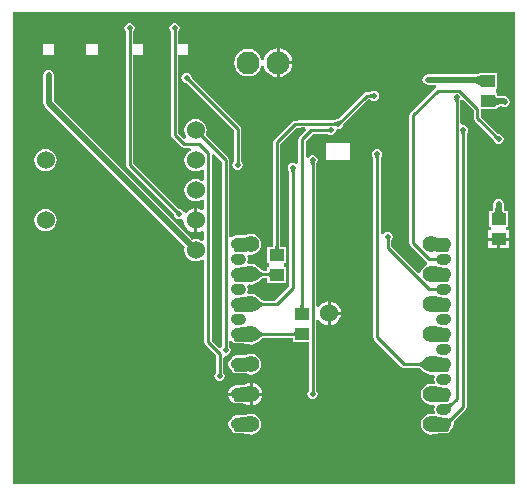
<source format=gbl>
G04*
G04 #@! TF.GenerationSoftware,Altium Limited,Altium Designer,25.2.1 (25)*
G04*
G04 Layer_Physical_Order=2*
G04 Layer_Color=16711680*
%FSLAX44Y44*%
%MOMM*%
G71*
G04*
G04 #@! TF.SameCoordinates,3DF48369-53CF-4C9B-B775-AACAF03539EE*
G04*
G04*
G04 #@! TF.FilePolarity,Positive*
G04*
G01*
G75*
%ADD13C,0.5080*%
%ADD22R,1.1938X1.0160*%
%ADD26C,0.2540*%
%ADD41C,1.5240*%
%ADD42C,0.9000*%
%ADD43C,1.4000*%
%ADD44C,1.9500*%
%ADD45C,0.5080*%
G36*
X681940Y260400D02*
X256590D01*
Y660350D01*
X681940D01*
Y260400D01*
D02*
G37*
%LPC*%
G36*
X328295Y633137D02*
X319405D01*
X319016Y632976D01*
X318855Y632587D01*
Y624713D01*
X319016Y624324D01*
X319405Y624163D01*
X328295D01*
X328684Y624324D01*
X328845Y624713D01*
Y632587D01*
X328684Y632976D01*
X328295Y633137D01*
D02*
G37*
G36*
X291465D02*
X282575D01*
X282186Y632976D01*
X282025Y632587D01*
Y624713D01*
X282186Y624324D01*
X282575Y624163D01*
X291465D01*
X291854Y624324D01*
X292015Y624713D01*
Y632587D01*
X291854Y632976D01*
X291465Y633137D01*
D02*
G37*
G36*
X480060Y629449D02*
X478122Y629194D01*
X475132Y627955D01*
X472565Y625985D01*
X470595Y623418D01*
X469356Y620428D01*
X469271Y619776D01*
X467221D01*
X467161Y620229D01*
X466000Y623034D01*
X464152Y625442D01*
X461744Y627290D01*
X458939Y628451D01*
X455930Y628848D01*
X452921Y628451D01*
X450116Y627290D01*
X447708Y625442D01*
X445860Y623034D01*
X444699Y620229D01*
X444302Y617220D01*
X444699Y614211D01*
X445860Y611406D01*
X447708Y608998D01*
X450116Y607150D01*
X452921Y605989D01*
X455930Y605592D01*
X458939Y605989D01*
X461744Y607150D01*
X464152Y608998D01*
X466000Y611406D01*
X467161Y614211D01*
X467221Y614664D01*
X469271D01*
X469356Y614012D01*
X470595Y611022D01*
X472565Y608455D01*
X475132Y606485D01*
X478122Y605246D01*
X480060Y604991D01*
Y617220D01*
Y629449D01*
D02*
G37*
G36*
X482600D02*
Y618490D01*
X493559D01*
X493304Y620428D01*
X492065Y623418D01*
X490095Y625985D01*
X487528Y627955D01*
X484538Y629194D01*
X482600Y629449D01*
D02*
G37*
G36*
X493559Y615950D02*
X482600D01*
Y604991D01*
X484538Y605246D01*
X487528Y606485D01*
X490095Y608455D01*
X492065Y611022D01*
X493304Y614012D01*
X493559Y615950D01*
D02*
G37*
G36*
X653192Y608461D02*
X651383Y608457D01*
Y608073D01*
X648098Y607272D01*
X607902D01*
X606217Y606937D01*
X604789Y605982D01*
X603835Y604554D01*
X603500Y602869D01*
X603835Y601184D01*
X604789Y599756D01*
X606217Y598802D01*
X607902Y598467D01*
X614895D01*
X615269Y596469D01*
X614260Y595796D01*
X593433Y574967D01*
X592759Y573959D01*
X592522Y572770D01*
Y464580D01*
X592759Y463391D01*
X593433Y462383D01*
X607163Y448652D01*
X607474Y448444D01*
X607407Y446217D01*
X606443Y445817D01*
X604609Y444411D01*
X603203Y442577D01*
X602318Y440442D01*
X602239Y439840D01*
X600093Y439112D01*
X577148Y462057D01*
Y466783D01*
X577153Y466787D01*
X578107Y468215D01*
X578443Y469900D01*
X578107Y471585D01*
X577153Y473013D01*
X575725Y473968D01*
X574040Y474303D01*
X572355Y473968D01*
X570927Y473013D01*
X570290Y472060D01*
X568258Y472587D01*
Y536500D01*
X568263Y536549D01*
X568281Y536662D01*
X568282Y536665D01*
X569217Y538065D01*
X569553Y539750D01*
X569217Y541435D01*
X568263Y542863D01*
X566835Y543817D01*
X565150Y544153D01*
X563465Y543817D01*
X562037Y542863D01*
X561082Y541435D01*
X560747Y539750D01*
X561082Y538065D01*
X562018Y536665D01*
X562019Y536662D01*
X562034Y536571D01*
X562042Y536465D01*
Y384810D01*
X562279Y383621D01*
X562952Y382612D01*
X585812Y359753D01*
X586821Y359079D01*
X588010Y358842D01*
X600064D01*
X600375Y358779D01*
X600748Y358658D01*
X601171Y358471D01*
X601644Y358213D01*
X602159Y357881D01*
X602696Y357485D01*
X603939Y356407D01*
X604426Y355928D01*
X604609Y355690D01*
X606443Y354282D01*
X608578Y353398D01*
X610870Y353096D01*
X612466Y353306D01*
X612548Y353302D01*
X612583Y353314D01*
X612620Y353313D01*
X613487Y352598D01*
X613657Y352379D01*
X614032Y351609D01*
X613955Y351336D01*
X613857Y351070D01*
X613652Y349773D01*
X613657Y349631D01*
X613629Y349490D01*
Y348969D01*
X613685Y348691D01*
X613718Y348409D01*
X614189Y346958D01*
X614053Y346498D01*
X613900Y346215D01*
X613110Y345435D01*
X612783Y345200D01*
X612713Y345168D01*
X612655Y345180D01*
X612600Y345180D01*
X612548Y345198D01*
X612466Y345194D01*
X610870Y345404D01*
X608578Y345102D01*
X606443Y344217D01*
X604609Y342811D01*
X603203Y340977D01*
X602318Y338842D01*
X602016Y336550D01*
X602318Y334258D01*
X603203Y332123D01*
X604609Y330289D01*
X606443Y328882D01*
X608578Y327998D01*
X610870Y327696D01*
X612466Y327906D01*
X612548Y327902D01*
X612583Y327914D01*
X612620Y327913D01*
X613487Y327198D01*
X613657Y326979D01*
X614032Y326209D01*
X613955Y325936D01*
X613857Y325670D01*
X613652Y324374D01*
X613657Y324230D01*
X613629Y324090D01*
Y323569D01*
X613685Y323291D01*
X613718Y323009D01*
X614189Y321558D01*
X614053Y321098D01*
X613900Y320815D01*
X613110Y320035D01*
X612783Y319799D01*
X612713Y319768D01*
X612655Y319780D01*
X612600Y319780D01*
X612548Y319798D01*
X612466Y319794D01*
X610870Y320004D01*
X608578Y319702D01*
X606443Y318818D01*
X604609Y317411D01*
X603203Y315577D01*
X602318Y313442D01*
X602016Y311150D01*
X602318Y308859D01*
X603203Y306723D01*
X604609Y304890D01*
X606443Y303482D01*
X608578Y302598D01*
X610870Y302296D01*
X612466Y302506D01*
X612548Y302502D01*
X612583Y302514D01*
X612620Y302513D01*
X612891Y302562D01*
X613162Y302598D01*
X613219Y302622D01*
X616332Y303187D01*
X617862Y303388D01*
X619674Y303524D01*
X624078D01*
X625267Y303761D01*
X626275Y304435D01*
X626949Y305443D01*
X627044Y305921D01*
X628096Y306624D01*
X629484Y308700D01*
X629971Y311150D01*
X629889Y311561D01*
X629890Y311625D01*
X629919Y312003D01*
X629967Y312347D01*
X630033Y312656D01*
X630115Y312933D01*
X630210Y313179D01*
X630317Y313398D01*
X630436Y313594D01*
X630516Y313701D01*
X640246Y323430D01*
X640919Y324439D01*
X641156Y325628D01*
Y556774D01*
X641161Y556822D01*
X641179Y556935D01*
X641180Y556939D01*
X642115Y558339D01*
X642451Y560023D01*
X642115Y561708D01*
X641161Y563137D01*
X639733Y564091D01*
X638048Y564426D01*
X637600Y564337D01*
X635568Y565817D01*
Y584760D01*
X635573Y584809D01*
X635591Y584922D01*
X635592Y584925D01*
X635827Y585277D01*
X638311Y585667D01*
X647005Y576972D01*
Y570357D01*
X647242Y569168D01*
X647915Y568159D01*
X663525Y552551D01*
X663555Y552513D01*
X663622Y552420D01*
X663624Y552416D01*
X663952Y550765D01*
X664907Y549337D01*
X666335Y548382D01*
X668020Y548047D01*
X669705Y548382D01*
X671133Y549337D01*
X672087Y550765D01*
X672423Y552450D01*
X672087Y554135D01*
X671133Y555563D01*
X669705Y556517D01*
X668054Y556846D01*
X668050Y556848D01*
X667975Y556902D01*
X667894Y556971D01*
X653221Y571644D01*
Y577723D01*
X664845D01*
X665047Y577723D01*
X665069Y577719D01*
X666877Y577723D01*
Y578250D01*
X667647Y579963D01*
X667939Y580041D01*
X668546Y580141D01*
X668979Y580178D01*
X671347D01*
X671415Y580132D01*
X673100Y579797D01*
X674785Y580132D01*
X676213Y581087D01*
X677168Y582515D01*
X677503Y584200D01*
X677168Y585885D01*
X676213Y587313D01*
X675832Y587694D01*
X674404Y588648D01*
X672719Y588984D01*
X668979D01*
X668546Y589021D01*
X667939Y589121D01*
X667472Y589245D01*
X667152Y589375D01*
X666973Y589483D01*
X666909Y589542D01*
X666902Y589552D01*
X666899Y589560D01*
X666877Y589767D01*
Y591439D01*
X665649D01*
Y594741D01*
X666877D01*
Y608457D01*
X653415D01*
X653213Y608457D01*
X653192Y608461D01*
D02*
G37*
G36*
X541380Y549590D02*
X522880D01*
X522491Y549429D01*
X522330Y549040D01*
Y535540D01*
X522491Y535151D01*
X522880Y534990D01*
X541380D01*
X541769Y535151D01*
X541930Y535540D01*
Y549040D01*
X541769Y549429D01*
X541380Y549590D01*
D02*
G37*
G36*
X403860Y608923D02*
X402175Y608587D01*
X400747Y607633D01*
X399793Y606205D01*
X399457Y604520D01*
X399793Y602835D01*
X400747Y601407D01*
X402175Y600452D01*
X403860Y600117D01*
X403866Y600119D01*
X443932Y560053D01*
Y533977D01*
X443927Y533973D01*
X442972Y532545D01*
X442637Y530860D01*
X442972Y529175D01*
X443927Y527747D01*
X445355Y526792D01*
X447040Y526457D01*
X448725Y526792D01*
X450153Y527747D01*
X451107Y529175D01*
X451443Y530860D01*
X451107Y532545D01*
X450153Y533973D01*
X450148Y533977D01*
Y561340D01*
X449911Y562529D01*
X449238Y563537D01*
X408261Y604514D01*
X408263Y604520D01*
X407928Y606205D01*
X406973Y607633D01*
X405545Y608587D01*
X403860Y608923D01*
D02*
G37*
G36*
X284480Y544149D02*
X282027Y543826D01*
X279741Y542879D01*
X277777Y541373D01*
X276271Y539409D01*
X275324Y537123D01*
X275001Y534670D01*
X275324Y532217D01*
X276271Y529930D01*
X277777Y527967D01*
X279741Y526461D01*
X282027Y525514D01*
X284480Y525191D01*
X286933Y525514D01*
X289219Y526461D01*
X291183Y527967D01*
X292689Y529930D01*
X293636Y532217D01*
X293959Y534670D01*
X293636Y537123D01*
X292689Y539409D01*
X291183Y541373D01*
X289219Y542879D01*
X286933Y543826D01*
X284480Y544149D01*
D02*
G37*
G36*
X393700Y650833D02*
X392015Y650498D01*
X390587Y649543D01*
X389632Y648115D01*
X389297Y646430D01*
X389632Y644745D01*
X390587Y643317D01*
X390592Y643313D01*
Y556260D01*
X390829Y555071D01*
X391502Y554062D01*
X399376Y546189D01*
X400385Y545515D01*
X401574Y545278D01*
X407223D01*
X407627Y543246D01*
X406740Y542879D01*
X404777Y541373D01*
X403271Y539409D01*
X402324Y537123D01*
X402001Y534670D01*
X402324Y532217D01*
X403271Y529930D01*
X404777Y527967D01*
X406740Y526461D01*
X409027Y525514D01*
X411480Y525191D01*
X413933Y525514D01*
X416219Y526461D01*
X417008Y527066D01*
X419040Y526064D01*
Y517876D01*
X417008Y516874D01*
X416219Y517479D01*
X413933Y518426D01*
X411480Y518749D01*
X409027Y518426D01*
X406740Y517479D01*
X404777Y515973D01*
X403271Y514010D01*
X402324Y511723D01*
X402001Y509270D01*
X402324Y506817D01*
X403271Y504530D01*
X404777Y502567D01*
X406740Y501061D01*
X409027Y500114D01*
X411480Y499791D01*
X413933Y500114D01*
X416219Y501061D01*
X417008Y501666D01*
X419040Y500664D01*
Y493437D01*
X417008Y492434D01*
X416604Y492745D01*
X414132Y493769D01*
X412750Y493951D01*
Y483870D01*
Y473789D01*
X414132Y473971D01*
X416604Y474995D01*
X417008Y475306D01*
X419040Y474304D01*
Y467076D01*
X417008Y466074D01*
X416219Y466679D01*
X413933Y467626D01*
X411480Y467949D01*
X409027Y467626D01*
X408690Y467486D01*
X291423Y584754D01*
Y607060D01*
X291087Y608745D01*
X290133Y610173D01*
X288705Y611128D01*
X287020Y611463D01*
X285335Y611128D01*
X283907Y610173D01*
X282952Y608745D01*
X282617Y607060D01*
Y582930D01*
X282952Y581245D01*
X283907Y579817D01*
X402463Y461260D01*
X402324Y460923D01*
X402001Y458470D01*
X402324Y456017D01*
X403271Y453731D01*
X404777Y451767D01*
X406740Y450261D01*
X409027Y449314D01*
X411480Y448991D01*
X413933Y449314D01*
X416219Y450261D01*
X417008Y450866D01*
X419040Y449864D01*
Y380457D01*
X419277Y379268D01*
X419950Y378260D01*
X428692Y369518D01*
Y354907D01*
X428687Y354903D01*
X427733Y353475D01*
X427397Y351790D01*
X427733Y350105D01*
X428687Y348677D01*
X430115Y347723D01*
X431800Y347387D01*
X433485Y347723D01*
X434913Y348677D01*
X435868Y350105D01*
X436203Y351790D01*
X435868Y353475D01*
X434913Y354903D01*
X434908Y354907D01*
Y367549D01*
X436876Y369229D01*
X438561Y369564D01*
X439989Y370518D01*
X440944Y371947D01*
X441279Y373632D01*
X440944Y375316D01*
X439989Y376745D01*
X439984Y376748D01*
Y381330D01*
X440346Y381505D01*
X442319Y381638D01*
X442603Y381325D01*
X443064Y380634D01*
X444073Y379961D01*
X445262Y379724D01*
X449798D01*
X450039Y379713D01*
X455736Y378912D01*
X456065Y378845D01*
X456179Y378798D01*
X456522Y378753D01*
X456685Y378720D01*
X456740Y378720D01*
X456792Y378702D01*
X456874Y378706D01*
X458470Y378496D01*
X460761Y378798D01*
X462897Y379683D01*
X464730Y381090D01*
X464894Y381303D01*
X466052Y382397D01*
X466627Y382872D01*
X467181Y383281D01*
X467696Y383613D01*
X468168Y383871D01*
X468592Y384058D01*
X468965Y384179D01*
X469277Y384242D01*
X493713D01*
X493859Y384230D01*
X493903Y384222D01*
Y380873D01*
X507559D01*
Y339752D01*
X507427Y339663D01*
X506473Y338235D01*
X506137Y336550D01*
X506473Y334865D01*
X507427Y333437D01*
X508855Y332482D01*
X510540Y332147D01*
X512225Y332482D01*
X513653Y333437D01*
X514608Y334865D01*
X514943Y336550D01*
X514608Y338235D01*
X513775Y339481D01*
Y399212D01*
X515035Y399750D01*
X515807Y399783D01*
X517264Y397884D01*
X519386Y396255D01*
X521858Y395232D01*
X523240Y395050D01*
Y405130D01*
Y415210D01*
X521858Y415028D01*
X519386Y414005D01*
X517264Y412376D01*
X515807Y410477D01*
X515035Y410510D01*
X513775Y411048D01*
Y442008D01*
X513648Y442647D01*
Y531420D01*
X513653Y531469D01*
X513671Y531582D01*
X513672Y531586D01*
X514608Y532985D01*
X514943Y534670D01*
X514608Y536355D01*
X513653Y537783D01*
X512225Y538737D01*
X510540Y539073D01*
X508855Y538737D01*
X507427Y537783D01*
X506790Y536829D01*
X504758Y537357D01*
Y551163D01*
X510557Y556962D01*
X522530D01*
X522579Y556957D01*
X522692Y556939D01*
X522696Y556938D01*
X524095Y556003D01*
X525780Y555667D01*
X527465Y556003D01*
X528893Y556957D01*
X529847Y558385D01*
X530020Y559253D01*
X530212Y560080D01*
X532119Y560750D01*
X532130Y560747D01*
X533815Y561082D01*
X535243Y562037D01*
X536198Y563465D01*
X536526Y565116D01*
X536528Y565120D01*
X536582Y565195D01*
X536651Y565276D01*
X557547Y586172D01*
X559360D01*
X559409Y586167D01*
X559522Y586149D01*
X559525Y586148D01*
X560925Y585213D01*
X562610Y584877D01*
X564295Y585213D01*
X565723Y586167D01*
X566678Y587595D01*
X567013Y589280D01*
X566678Y590965D01*
X565723Y592393D01*
X564295Y593348D01*
X562610Y593683D01*
X560925Y593348D01*
X559525Y592412D01*
X559522Y592411D01*
X559431Y592397D01*
X559324Y592388D01*
X556260D01*
X555071Y592151D01*
X554062Y591478D01*
X532231Y569646D01*
X532193Y569615D01*
X532099Y569548D01*
X532096Y569546D01*
X530445Y569217D01*
X529879Y568839D01*
X529870Y568836D01*
X529831Y568827D01*
X529795Y568810D01*
X529627Y568772D01*
X529568Y568763D01*
X529295Y568744D01*
X528205D01*
X528095Y568766D01*
X499618D01*
X498429Y568529D01*
X498022Y568258D01*
X495326D01*
X494136Y568021D01*
X493128Y567347D01*
X477863Y552082D01*
X477189Y551074D01*
X476952Y549884D01*
Y461327D01*
X476940Y461181D01*
X476932Y461137D01*
X472313D01*
Y447421D01*
X473541D01*
Y444119D01*
X472313D01*
Y441278D01*
X472269Y441270D01*
X472123Y441258D01*
X469277D01*
X468965Y441321D01*
X468592Y441442D01*
X468168Y441629D01*
X467696Y441887D01*
X467181Y442219D01*
X466645Y442615D01*
X465401Y443693D01*
X464914Y444172D01*
X464730Y444411D01*
X462897Y445817D01*
X460761Y446702D01*
X458470Y447004D01*
X456874Y446794D01*
X456792Y446798D01*
X456757Y446786D01*
X456720Y446787D01*
X455853Y447502D01*
X455683Y447720D01*
X455308Y448491D01*
X455385Y448764D01*
X455483Y449030D01*
X455689Y450326D01*
X455683Y450470D01*
X455711Y450610D01*
Y451130D01*
X455656Y451409D01*
X455622Y451691D01*
X455120Y453237D01*
X455567Y453981D01*
X456570Y454914D01*
X456626Y454939D01*
X458470Y454696D01*
X460761Y454998D01*
X462897Y455882D01*
X464730Y457290D01*
X466138Y459123D01*
X467022Y461259D01*
X467324Y463550D01*
X467022Y465841D01*
X466138Y467977D01*
X464730Y469810D01*
X462897Y471217D01*
X460761Y472102D01*
X458470Y472404D01*
X456179Y472102D01*
X454043Y471217D01*
X453970Y471161D01*
X453898Y471176D01*
X445262D01*
X444073Y470939D01*
X443064Y470266D01*
X442603Y469576D01*
X442319Y469262D01*
X440346Y469395D01*
X439984Y469570D01*
Y534674D01*
X439747Y535863D01*
X439074Y536871D01*
X419960Y555985D01*
X420636Y557617D01*
X420959Y560070D01*
X420636Y562523D01*
X419689Y564809D01*
X418183Y566773D01*
X416219Y568279D01*
X413933Y569226D01*
X411480Y569549D01*
X409027Y569226D01*
X406740Y568279D01*
X404777Y566773D01*
X403271Y564809D01*
X402324Y562523D01*
X402001Y560070D01*
X402324Y557617D01*
X403271Y555331D01*
X403832Y554599D01*
X402936Y552429D01*
X402045Y552310D01*
X396808Y557547D01*
Y624163D01*
X404495D01*
X404884Y624324D01*
X405045Y624713D01*
Y632587D01*
X404884Y632976D01*
X404495Y633137D01*
X396808D01*
Y643313D01*
X396813Y643317D01*
X397767Y644745D01*
X398103Y646430D01*
X397767Y648115D01*
X396813Y649543D01*
X395385Y650498D01*
X393700Y650833D01*
D02*
G37*
G36*
X284480Y493349D02*
X282027Y493026D01*
X279741Y492079D01*
X277777Y490573D01*
X276271Y488610D01*
X275324Y486323D01*
X275001Y483870D01*
X275324Y481417D01*
X276271Y479131D01*
X277777Y477167D01*
X279741Y475661D01*
X282027Y474714D01*
X284480Y474391D01*
X286933Y474714D01*
X289219Y475661D01*
X291183Y477167D01*
X292689Y479131D01*
X293636Y481417D01*
X293959Y483870D01*
X293636Y486323D01*
X292689Y488610D01*
X291183Y490573D01*
X289219Y492079D01*
X286933Y493026D01*
X284480Y493349D01*
D02*
G37*
G36*
X355600Y650833D02*
X353915Y650498D01*
X352487Y649543D01*
X351533Y648115D01*
X351197Y646430D01*
X351533Y644745D01*
X352487Y643317D01*
X352492Y643313D01*
Y530860D01*
X352729Y529671D01*
X353402Y528662D01*
X393109Y488956D01*
X393107Y488950D01*
X393442Y487265D01*
X394397Y485837D01*
X395825Y484883D01*
X397510Y484547D01*
X399195Y484883D01*
X399328Y484971D01*
X401232Y483870D01*
X401581Y481218D01*
X402605Y478746D01*
X404234Y476624D01*
X406356Y474995D01*
X408828Y473971D01*
X410210Y473789D01*
Y483870D01*
Y493951D01*
X408828Y493769D01*
X406356Y492745D01*
X404234Y491116D01*
X403694Y490412D01*
X402513Y490536D01*
X401450Y490826D01*
X400623Y492063D01*
X399195Y493018D01*
X397510Y493353D01*
X397504Y493351D01*
X358708Y532147D01*
Y624163D01*
X366395D01*
X366784Y624324D01*
X366945Y624713D01*
Y632587D01*
X366784Y632976D01*
X366395Y633137D01*
X358708D01*
Y643313D01*
X358713Y643317D01*
X359668Y644745D01*
X360003Y646430D01*
X359668Y648115D01*
X358713Y649543D01*
X357285Y650498D01*
X355600Y650833D01*
D02*
G37*
G36*
X668020Y502243D02*
X666335Y501908D01*
X664907Y500953D01*
X663952Y499525D01*
X663617Y497840D01*
Y493726D01*
X663579Y493287D01*
X663478Y492679D01*
X663352Y492211D01*
X663220Y491888D01*
X663109Y491704D01*
X663043Y491632D01*
X663022Y491618D01*
X663019Y491617D01*
X660273D01*
Y477901D01*
X661501D01*
Y475361D01*
X659511D01*
Y469011D01*
X668020D01*
X676529D01*
Y475361D01*
X674539D01*
Y477901D01*
X675767D01*
Y491617D01*
X673021D01*
X673018Y491618D01*
X672997Y491632D01*
X672931Y491704D01*
X672820Y491888D01*
X672688Y492211D01*
X672562Y492679D01*
X672461Y493287D01*
X672423Y493726D01*
Y497840D01*
X672087Y499525D01*
X671133Y500953D01*
X669705Y501908D01*
X668020Y502243D01*
D02*
G37*
G36*
X676529Y466471D02*
X669290D01*
Y460121D01*
X676529D01*
Y466471D01*
D02*
G37*
G36*
X666750D02*
X659511D01*
Y460121D01*
X666750D01*
Y466471D01*
D02*
G37*
G36*
X525780Y415210D02*
Y406400D01*
X534590D01*
X534408Y407782D01*
X533385Y410254D01*
X531756Y412376D01*
X529634Y414005D01*
X527162Y415028D01*
X525780Y415210D01*
D02*
G37*
G36*
X534590Y403860D02*
X525780D01*
Y395050D01*
X527162Y395232D01*
X529634Y396255D01*
X531756Y397884D01*
X533385Y400006D01*
X534408Y402478D01*
X534590Y403860D01*
D02*
G37*
G36*
X458470Y370804D02*
X456179Y370502D01*
X454043Y369618D01*
X453970Y369561D01*
X453898Y369576D01*
X445262D01*
X444073Y369339D01*
X443064Y368666D01*
X442391Y367657D01*
X442296Y367179D01*
X441244Y366476D01*
X439856Y364400D01*
X439369Y361950D01*
X439856Y359500D01*
X441244Y357424D01*
X442296Y356721D01*
X442391Y356243D01*
X443064Y355234D01*
X444073Y354561D01*
X445262Y354324D01*
X453898D01*
X453970Y354339D01*
X454043Y354282D01*
X456179Y353398D01*
X458470Y353096D01*
X460761Y353398D01*
X462897Y354282D01*
X464730Y355690D01*
X466138Y357523D01*
X467022Y359659D01*
X467324Y361950D01*
X467022Y364241D01*
X466138Y366377D01*
X464730Y368210D01*
X462897Y369618D01*
X460761Y370502D01*
X458470Y370804D01*
D02*
G37*
G36*
X459740Y346005D02*
Y337820D01*
X467925D01*
X467764Y339040D01*
X466803Y341361D01*
X465274Y343354D01*
X463281Y344883D01*
X460960Y345844D01*
X459740Y346005D01*
D02*
G37*
G36*
X457200D02*
X455980Y345844D01*
X453659Y344883D01*
X453229Y344553D01*
X453008Y344513D01*
X451478Y344312D01*
X449666Y344176D01*
X445262D01*
X444073Y343939D01*
X443064Y343265D01*
X442865Y342967D01*
X442220Y342699D01*
X440749Y341571D01*
X439621Y340100D01*
X438911Y338388D01*
X438837Y337820D01*
X445262D01*
Y341068D01*
X448496D01*
X448923Y342338D01*
X449545Y342349D01*
X451664Y342508D01*
X453288Y342721D01*
X457044Y343403D01*
X453898Y339230D01*
Y333870D01*
X457044Y329697D01*
X456041Y329899D01*
X450209Y330719D01*
X449545Y330751D01*
X448923Y330762D01*
X448496Y332032D01*
X445262D01*
Y335280D01*
X438837D01*
X438911Y334712D01*
X439621Y333000D01*
X440749Y331529D01*
X442220Y330401D01*
X442865Y330133D01*
X443064Y329835D01*
X444073Y329161D01*
X445262Y328924D01*
X449798D01*
X450039Y328913D01*
X453361Y328446D01*
X453659Y328217D01*
X455980Y327256D01*
X457200Y327095D01*
Y336550D01*
Y346005D01*
D02*
G37*
G36*
X467925Y335280D02*
X459740D01*
Y327095D01*
X460960Y327256D01*
X463281Y328217D01*
X465274Y329746D01*
X466803Y331739D01*
X467764Y334060D01*
X467925Y335280D01*
D02*
G37*
G36*
X458470Y320004D02*
X456874Y319794D01*
X456792Y319798D01*
X456757Y319786D01*
X456720Y319787D01*
X456449Y319738D01*
X456179Y319702D01*
X456121Y319678D01*
X453008Y319113D01*
X451478Y318912D01*
X449666Y318776D01*
X445262D01*
X444073Y318539D01*
X443064Y317866D01*
X442391Y316857D01*
X442296Y316379D01*
X441244Y315676D01*
X439856Y313600D01*
X439369Y311150D01*
X439856Y308700D01*
X441244Y306624D01*
X442296Y305921D01*
X442391Y305443D01*
X443064Y304435D01*
X444073Y303761D01*
X445262Y303524D01*
X449798D01*
X450039Y303513D01*
X455736Y302712D01*
X456065Y302645D01*
X456179Y302598D01*
X456522Y302553D01*
X456685Y302520D01*
X456740Y302520D01*
X456792Y302502D01*
X456874Y302506D01*
X458470Y302296D01*
X460761Y302598D01*
X462897Y303482D01*
X464730Y304890D01*
X466138Y306723D01*
X467022Y308859D01*
X467324Y311150D01*
X467022Y313442D01*
X466138Y315577D01*
X464730Y317411D01*
X462897Y318818D01*
X460761Y319702D01*
X458470Y320004D01*
D02*
G37*
%LPD*%
G36*
X653192Y597789D02*
X648111Y600329D01*
Y605409D01*
X653192Y606648D01*
Y597789D01*
D02*
G37*
G36*
X634142Y586087D02*
X634055Y585960D01*
X633979Y585815D01*
X633913Y585652D01*
X633857Y585470D01*
X633811Y585270D01*
X633776Y585051D01*
X633750Y584814D01*
X633730Y584286D01*
X631190D01*
X631185Y584560D01*
X631144Y585051D01*
X631109Y585270D01*
X631063Y585470D01*
X631007Y585652D01*
X630941Y585815D01*
X630865Y585960D01*
X630779Y586087D01*
X630682Y586196D01*
X634238D01*
X634142Y586087D01*
D02*
G37*
G36*
X665119Y589154D02*
X665272Y588727D01*
X665526Y588351D01*
X665881Y588024D01*
X666339Y587748D01*
X666897Y587523D01*
X667558Y587347D01*
X668320Y587221D01*
X669183Y587146D01*
X670148Y587121D01*
Y582041D01*
X669183Y582016D01*
X668320Y581941D01*
X667558Y581815D01*
X666897Y581640D01*
X666339Y581414D01*
X665881Y581138D01*
X665526Y580811D01*
X665272Y580435D01*
X665119Y580008D01*
X665069Y579532D01*
Y589631D01*
X665119Y589154D01*
D02*
G37*
G36*
X639729Y558101D02*
X639643Y557974D01*
X639567Y557829D01*
X639501Y557665D01*
X639445Y557483D01*
X639399Y557283D01*
X639364Y557065D01*
X639338Y556828D01*
X639318Y556300D01*
X636778D01*
X636773Y556573D01*
X636732Y557065D01*
X636697Y557283D01*
X636651Y557483D01*
X636595Y557665D01*
X636529Y557829D01*
X636453Y557974D01*
X636367Y558101D01*
X636270Y558210D01*
X639826D01*
X639729Y558101D01*
D02*
G37*
G36*
X666482Y555792D02*
X666858Y555473D01*
X667038Y555343D01*
X667212Y555234D01*
X667380Y555145D01*
X667542Y555076D01*
X667699Y555027D01*
X667850Y554999D01*
X667995Y554990D01*
X665480Y552475D01*
X665471Y552621D01*
X665443Y552771D01*
X665394Y552928D01*
X665325Y553090D01*
X665236Y553259D01*
X665127Y553432D01*
X664997Y553612D01*
X664848Y553797D01*
X664489Y554185D01*
X666285Y555981D01*
X666482Y555792D01*
D02*
G37*
G36*
X566832Y537827D02*
X566745Y537700D01*
X566669Y537555D01*
X566603Y537392D01*
X566547Y537210D01*
X566501Y537010D01*
X566466Y536791D01*
X566440Y536554D01*
X566420Y536026D01*
X563880D01*
X563875Y536300D01*
X563834Y536791D01*
X563799Y537010D01*
X563753Y537210D01*
X563697Y537392D01*
X563631Y537555D01*
X563555Y537700D01*
X563469Y537827D01*
X563372Y537936D01*
X566928D01*
X566832Y537827D01*
D02*
G37*
G36*
X624078Y459032D02*
X615442D01*
Y468068D01*
X624078D01*
Y459032D01*
D02*
G37*
G36*
Y446332D02*
X619720D01*
X618424Y446537D01*
X617218Y447152D01*
X616232Y448138D01*
X615442Y450569D01*
Y451090D01*
X615647Y452386D01*
X616262Y453592D01*
X617248Y454578D01*
X619679Y455368D01*
X624078D01*
Y446332D01*
D02*
G37*
G36*
X613299Y444801D02*
X619131Y443981D01*
X619795Y443949D01*
X620417Y443938D01*
X620844Y442668D01*
X624078D01*
Y433632D01*
X620844D01*
X620417Y432362D01*
X619795Y432351D01*
X617676Y432192D01*
X616052Y431978D01*
X612296Y431297D01*
X615442Y435470D01*
Y440830D01*
X612296Y445003D01*
X613299Y444801D01*
D02*
G37*
G36*
X624078Y420932D02*
X619720D01*
X618424Y421137D01*
X617218Y421752D01*
X616232Y422738D01*
X615442Y425169D01*
Y425690D01*
X615647Y426986D01*
X616262Y428192D01*
X617248Y429178D01*
X619679Y429968D01*
X624078D01*
Y420932D01*
D02*
G37*
G36*
X613299Y419401D02*
X619131Y418581D01*
X619795Y418549D01*
X620417Y418538D01*
X620844Y417268D01*
X624078D01*
Y408232D01*
X620844D01*
X620417Y406962D01*
X619795Y406951D01*
X617676Y406792D01*
X616052Y406578D01*
X612296Y405897D01*
X615442Y410070D01*
Y415430D01*
X612296Y419603D01*
X613299Y419401D01*
D02*
G37*
G36*
X624078Y395532D02*
X619720D01*
X618424Y395737D01*
X617218Y396352D01*
X616232Y397338D01*
X615442Y399770D01*
Y400290D01*
X615647Y401586D01*
X616262Y402792D01*
X617248Y403778D01*
X619679Y404568D01*
X624078D01*
Y395532D01*
D02*
G37*
G36*
X613299Y394001D02*
X619131Y393181D01*
X619795Y393149D01*
X620417Y393138D01*
X620844Y391868D01*
X624078D01*
Y382832D01*
X620844D01*
X620417Y381562D01*
X619795Y381551D01*
X617676Y381392D01*
X616052Y381179D01*
X612296Y380497D01*
X615442Y384670D01*
Y390030D01*
X612296Y394203D01*
X613299Y394001D01*
D02*
G37*
G36*
X624078Y370132D02*
X619720D01*
X618424Y370337D01*
X617218Y370952D01*
X616232Y371938D01*
X615442Y374370D01*
Y374890D01*
X615647Y376186D01*
X616262Y377392D01*
X617248Y378378D01*
X619679Y379168D01*
X624078D01*
Y370132D01*
D02*
G37*
G36*
X605871Y357050D02*
X605170Y357740D01*
X603829Y358901D01*
X603190Y359373D01*
X602571Y359772D01*
X601973Y360099D01*
X601395Y360353D01*
X600838Y360535D01*
X600302Y360644D01*
X599786Y360680D01*
Y363220D01*
X600302Y363256D01*
X600838Y363365D01*
X601395Y363547D01*
X601973Y363801D01*
X602571Y364128D01*
X603190Y364527D01*
X603829Y364999D01*
X604489Y365543D01*
X605871Y366850D01*
Y357050D01*
D02*
G37*
G36*
X613299Y368601D02*
X619131Y367781D01*
X619795Y367749D01*
X620417Y367738D01*
X620844Y366468D01*
X624078D01*
Y357432D01*
X620844D01*
X620417Y356162D01*
X619795Y356151D01*
X617676Y355992D01*
X616052Y355779D01*
X612296Y355097D01*
X615442Y359270D01*
Y364630D01*
X612296Y368803D01*
X613299Y368601D01*
D02*
G37*
G36*
X624078Y344732D02*
X619720D01*
X618424Y344937D01*
X617218Y345552D01*
X616232Y346538D01*
X615442Y348969D01*
Y349490D01*
X615647Y350786D01*
X616262Y351992D01*
X617248Y352978D01*
X619679Y353768D01*
X624078D01*
Y344732D01*
D02*
G37*
G36*
X613299Y343201D02*
X619131Y342381D01*
X619795Y342349D01*
X620417Y342338D01*
X620844Y341068D01*
X624078D01*
Y332032D01*
X620844D01*
X620417Y330762D01*
X619795Y330751D01*
X617676Y330592D01*
X616052Y330378D01*
X612296Y329697D01*
X615442Y333870D01*
Y339230D01*
X612296Y343403D01*
X613299Y343201D01*
D02*
G37*
G36*
X629430Y327914D02*
X629167Y327624D01*
X628932Y327309D01*
X628725Y326970D01*
X628547Y326605D01*
X628397Y326216D01*
X628275Y325802D01*
X628181Y325362D01*
X628116Y324898D01*
X628079Y324409D01*
X628070Y323895D01*
X624078Y327887D01*
Y319332D01*
X619720D01*
X618424Y319537D01*
X617218Y320152D01*
X616232Y321138D01*
X615442Y323569D01*
Y324090D01*
X615647Y325386D01*
X616262Y326592D01*
X617248Y327578D01*
X619679Y328368D01*
X624078D01*
Y328358D01*
X624129Y328359D01*
X624618Y328396D01*
X625082Y328461D01*
X625522Y328555D01*
X625936Y328677D01*
X626325Y328827D01*
X626690Y329005D01*
X627029Y329212D01*
X627344Y329447D01*
X627634Y329710D01*
X629430Y327914D01*
D02*
G37*
G36*
X613299Y317801D02*
X619131Y316981D01*
X619795Y316949D01*
X620417Y316938D01*
X620844Y315668D01*
X624078D01*
Y315658D01*
X624129Y315659D01*
X624618Y315696D01*
X625082Y315761D01*
X625522Y315855D01*
X625936Y315977D01*
X626325Y316127D01*
X626690Y316305D01*
X627029Y316512D01*
X627344Y316747D01*
X627634Y317010D01*
X629430Y315214D01*
X629167Y314924D01*
X628932Y314609D01*
X628725Y314270D01*
X628547Y313905D01*
X628397Y313516D01*
X628275Y313102D01*
X628181Y312662D01*
X628116Y312198D01*
X628079Y311709D01*
X628070Y311195D01*
X624078Y315187D01*
Y306632D01*
X620844D01*
X620417Y305362D01*
X619795Y305351D01*
X617676Y305192D01*
X616052Y304979D01*
X612296Y304297D01*
X615442Y308470D01*
Y313830D01*
X612296Y318003D01*
X613299Y317801D01*
D02*
G37*
G36*
X560796Y587502D02*
X560687Y587598D01*
X560560Y587685D01*
X560415Y587761D01*
X560252Y587827D01*
X560070Y587883D01*
X559869Y587929D01*
X559651Y587964D01*
X559414Y587990D01*
X558886Y588010D01*
Y590550D01*
X559160Y590555D01*
X559651Y590596D01*
X559869Y590631D01*
X560070Y590677D01*
X560252Y590733D01*
X560415Y590799D01*
X560560Y590875D01*
X560687Y590961D01*
X560796Y591058D01*
Y587502D01*
D02*
G37*
G36*
X535661Y566885D02*
X535471Y566688D01*
X535153Y566312D01*
X535023Y566132D01*
X534914Y565959D01*
X534825Y565790D01*
X534756Y565628D01*
X534707Y565471D01*
X534678Y565321D01*
X534670Y565175D01*
X532155Y567690D01*
X532300Y567699D01*
X532451Y567727D01*
X532608Y567776D01*
X532770Y567845D01*
X532938Y567934D01*
X533112Y568043D01*
X533292Y568173D01*
X533477Y568322D01*
X533865Y568681D01*
X535661Y566885D01*
D02*
G37*
G36*
X530006Y563757D02*
X529916Y563873D01*
X529806Y563976D01*
X529675Y564068D01*
X529524Y564147D01*
X529352Y564214D01*
X529161Y564268D01*
X528948Y564311D01*
X528716Y564342D01*
X528463Y564360D01*
X528190Y564366D01*
X528771Y566906D01*
X529048Y566909D01*
X529765Y566959D01*
X529966Y566989D01*
X530311Y567069D01*
X530454Y567119D01*
X530579Y567175D01*
X530685Y567239D01*
X530006Y563757D01*
D02*
G37*
G36*
X523966Y558292D02*
X523857Y558388D01*
X523730Y558475D01*
X523585Y558551D01*
X523422Y558617D01*
X523240Y558673D01*
X523040Y558719D01*
X522821Y558754D01*
X522584Y558780D01*
X522056Y558800D01*
Y561340D01*
X522329Y561345D01*
X522821Y561386D01*
X523040Y561421D01*
X523240Y561467D01*
X523422Y561523D01*
X523585Y561589D01*
X523730Y561665D01*
X523857Y561752D01*
X523966Y561848D01*
Y558292D01*
D02*
G37*
G36*
X505323Y560518D02*
X499453Y554647D01*
X498779Y553639D01*
X498542Y552450D01*
Y532756D01*
X498470Y532687D01*
X496510Y531856D01*
X495715Y532388D01*
X494030Y532723D01*
X492345Y532388D01*
X490917Y531433D01*
X489963Y530005D01*
X489627Y528320D01*
X489963Y526635D01*
X490898Y525235D01*
X490899Y525232D01*
X490914Y525140D01*
X490922Y525034D01*
Y428007D01*
X478773Y415858D01*
X469277D01*
X468965Y415921D01*
X468592Y416042D01*
X468168Y416229D01*
X467696Y416487D01*
X467181Y416819D01*
X466645Y417215D01*
X465401Y418293D01*
X464914Y418772D01*
X464730Y419011D01*
X462897Y420418D01*
X460761Y421302D01*
X458470Y421604D01*
X456874Y421394D01*
X456792Y421398D01*
X456757Y421386D01*
X456720Y421387D01*
X455853Y422102D01*
X455683Y422321D01*
X455308Y423091D01*
X455385Y423364D01*
X455483Y423630D01*
X455689Y424926D01*
X455683Y425070D01*
X455711Y425210D01*
Y425731D01*
X455656Y426009D01*
X455622Y426291D01*
X455151Y427742D01*
X455287Y428202D01*
X455440Y428485D01*
X456230Y429265D01*
X456557Y429501D01*
X456627Y429532D01*
X456685Y429520D01*
X456740Y429520D01*
X456792Y429502D01*
X456874Y429506D01*
X458470Y429296D01*
X460761Y429598D01*
X462897Y430482D01*
X464730Y431889D01*
X464894Y432103D01*
X466052Y433198D01*
X466627Y433671D01*
X467181Y434081D01*
X467696Y434413D01*
X468168Y434671D01*
X468592Y434858D01*
X468965Y434979D01*
X469277Y435042D01*
X472123D01*
X472269Y435029D01*
X472313Y435022D01*
Y430403D01*
X487807D01*
Y444119D01*
X486579D01*
Y447421D01*
X487807D01*
Y461137D01*
X483188D01*
X483181Y461181D01*
X483168Y461327D01*
Y548597D01*
X496613Y562042D01*
X499110D01*
X500299Y562279D01*
X500705Y562550D01*
X504482D01*
X505323Y560518D01*
D02*
G37*
G36*
X512221Y532747D02*
X512135Y532620D01*
X512059Y532475D01*
X511993Y532312D01*
X511937Y532130D01*
X511891Y531930D01*
X511856Y531711D01*
X511830Y531474D01*
X511810Y530946D01*
X509270D01*
X509265Y531219D01*
X509224Y531711D01*
X509189Y531930D01*
X509143Y532130D01*
X509087Y532312D01*
X509021Y532475D01*
X508945Y532620D01*
X508858Y532747D01*
X508762Y532856D01*
X512318D01*
X512221Y532747D01*
D02*
G37*
G36*
X495712Y526397D02*
X495625Y526270D01*
X495549Y526125D01*
X495483Y525961D01*
X495427Y525780D01*
X495381Y525579D01*
X495346Y525361D01*
X495320Y525125D01*
X495300Y524596D01*
X492760D01*
X492755Y524869D01*
X492714Y525361D01*
X492679Y525579D01*
X492633Y525780D01*
X492577Y525961D01*
X492511Y526125D01*
X492435Y526270D01*
X492349Y526397D01*
X492252Y526506D01*
X495808D01*
X495712Y526397D01*
D02*
G37*
G36*
X481343Y461386D02*
X481381Y460953D01*
X481444Y460570D01*
X481533Y460238D01*
X481647Y459956D01*
X481787Y459724D01*
X481952Y459542D01*
X482143Y459411D01*
X482359Y459329D01*
X482600Y459298D01*
X477520D01*
X477761Y459329D01*
X477977Y459411D01*
X478168Y459542D01*
X478333Y459724D01*
X478473Y459956D01*
X478587Y460238D01*
X478676Y460570D01*
X478739Y460953D01*
X478777Y461386D01*
X478790Y461869D01*
X481330D01*
X481343Y461386D01*
D02*
G37*
G36*
X453898Y459032D02*
X445262D01*
Y468068D01*
X453898D01*
Y459032D01*
D02*
G37*
G36*
X450916Y455163D02*
X452122Y454548D01*
X453108Y453562D01*
X453898Y451130D01*
Y450610D01*
X453693Y449314D01*
X453078Y448108D01*
X452092Y447122D01*
X449660Y446332D01*
X445262D01*
Y455368D01*
X449620D01*
X450916Y455163D01*
D02*
G37*
G36*
X474152Y435610D02*
X474121Y435851D01*
X474039Y436067D01*
X473908Y436258D01*
X473726Y436423D01*
X473494Y436562D01*
X473212Y436677D01*
X472880Y436766D01*
X472497Y436829D01*
X472064Y436867D01*
X471581Y436880D01*
Y439420D01*
X472064Y439433D01*
X472497Y439471D01*
X472880Y439534D01*
X473212Y439623D01*
X473494Y439738D01*
X473726Y439877D01*
X473908Y440042D01*
X474039Y440233D01*
X474121Y440449D01*
X474152Y440690D01*
Y435610D01*
D02*
G37*
G36*
X464170Y442360D02*
X465511Y441199D01*
X466151Y440727D01*
X466769Y440327D01*
X467367Y440001D01*
X467945Y439747D01*
X468502Y439565D01*
X469038Y439456D01*
X469554Y439420D01*
Y436880D01*
X469038Y436844D01*
X468502Y436735D01*
X467945Y436553D01*
X467367Y436299D01*
X466769Y435973D01*
X466151Y435573D01*
X465511Y435101D01*
X464851Y434557D01*
X463469Y433250D01*
Y443050D01*
X464170Y442360D01*
D02*
G37*
G36*
X453898Y440830D02*
Y435470D01*
X457044Y431297D01*
X456041Y431499D01*
X450209Y432319D01*
X449545Y432351D01*
X448923Y432362D01*
X448496Y433632D01*
X445262D01*
Y442668D01*
X448496D01*
X448923Y443938D01*
X449545Y443949D01*
X451664Y444108D01*
X453288Y444322D01*
X457044Y445003D01*
X453898Y440830D01*
D02*
G37*
G36*
X450916Y429763D02*
X452122Y429148D01*
X453108Y428162D01*
X453898Y425731D01*
Y425210D01*
X453693Y423914D01*
X453078Y422708D01*
X452092Y421722D01*
X449660Y420932D01*
X445262D01*
Y429968D01*
X449620D01*
X450916Y429763D01*
D02*
G37*
G36*
X502933Y411856D02*
X502971Y411423D01*
X503034Y411040D01*
X503123Y410708D01*
X503237Y410426D01*
X503377Y410194D01*
X503542Y410012D01*
X503733Y409881D01*
X503949Y409799D01*
X504190Y409768D01*
X499110D01*
X499351Y409799D01*
X499567Y409881D01*
X499758Y410012D01*
X499923Y410194D01*
X500062Y410426D01*
X500177Y410708D01*
X500266Y411040D01*
X500329Y411423D01*
X500367Y411856D01*
X500380Y412338D01*
X502920D01*
X502933Y411856D01*
D02*
G37*
G36*
X464170Y416960D02*
X465511Y415799D01*
X466151Y415327D01*
X466769Y414927D01*
X467367Y414601D01*
X467945Y414347D01*
X468502Y414165D01*
X469038Y414056D01*
X469554Y414020D01*
Y411480D01*
X469038Y411444D01*
X468502Y411335D01*
X467945Y411153D01*
X467367Y410899D01*
X466769Y410573D01*
X466151Y410173D01*
X465511Y409701D01*
X464851Y409157D01*
X463469Y407850D01*
Y417650D01*
X464170Y416960D01*
D02*
G37*
G36*
X453898Y415430D02*
Y410070D01*
X457044Y405897D01*
X456041Y406099D01*
X450209Y406919D01*
X449545Y406951D01*
X448923Y406962D01*
X448496Y408232D01*
X445262D01*
Y417268D01*
X448496D01*
X448923Y418538D01*
X449545Y418549D01*
X451664Y418708D01*
X453288Y418922D01*
X457044Y419603D01*
X453898Y415430D01*
D02*
G37*
G36*
X450916Y404363D02*
X452122Y403748D01*
X453108Y402762D01*
X453898Y400331D01*
Y399810D01*
X453693Y398514D01*
X453078Y397308D01*
X452092Y396322D01*
X449660Y395532D01*
X445262D01*
Y404568D01*
X449620D01*
X450916Y404363D01*
D02*
G37*
G36*
X495742Y384810D02*
X495711Y385051D01*
X495629Y385267D01*
X495498Y385458D01*
X495316Y385623D01*
X495084Y385762D01*
X494802Y385877D01*
X494470Y385966D01*
X494087Y386029D01*
X493654Y386067D01*
X493172Y386080D01*
Y388620D01*
X493654Y388633D01*
X494087Y388671D01*
X494470Y388734D01*
X494802Y388823D01*
X495084Y388937D01*
X495316Y389077D01*
X495498Y389242D01*
X495629Y389433D01*
X495711Y389649D01*
X495742Y389890D01*
Y384810D01*
D02*
G37*
G36*
X464170Y391560D02*
X465511Y390399D01*
X466151Y389927D01*
X466769Y389528D01*
X467367Y389201D01*
X467945Y388947D01*
X468502Y388765D01*
X469038Y388656D01*
X469554Y388620D01*
Y386080D01*
X469038Y386044D01*
X468502Y385935D01*
X467945Y385753D01*
X467367Y385499D01*
X466769Y385173D01*
X466151Y384773D01*
X465511Y384301D01*
X464851Y383757D01*
X463469Y382450D01*
Y392250D01*
X464170Y391560D01*
D02*
G37*
G36*
X453898Y390030D02*
Y384670D01*
X457044Y380497D01*
X456041Y380699D01*
X450209Y381519D01*
X449545Y381551D01*
X448923Y381562D01*
X448496Y382832D01*
X445262D01*
Y391868D01*
X448496D01*
X448923Y393138D01*
X449545Y393149D01*
X451664Y393308D01*
X453288Y393521D01*
X457044Y394203D01*
X453898Y390030D01*
D02*
G37*
G36*
X433768Y533387D02*
Y376748D01*
X433763Y376745D01*
X433509Y376365D01*
X431026Y375975D01*
X425256Y381744D01*
Y539026D01*
X427288Y539867D01*
X433768Y533387D01*
D02*
G37*
G36*
X670585Y493923D02*
X670662Y493059D01*
X670789Y492295D01*
X670966Y491632D01*
X671195Y491071D01*
X671474Y490610D01*
X671805Y490251D01*
X672186Y489992D01*
X672617Y489835D01*
X673100Y489778D01*
X662940D01*
X663423Y489835D01*
X663854Y489992D01*
X664235Y490251D01*
X664566Y490610D01*
X664845Y491071D01*
X665074Y491632D01*
X665251Y492295D01*
X665378Y493059D01*
X665455Y493923D01*
X665480Y494888D01*
X670560D01*
X670585Y493923D01*
D02*
G37*
G36*
X453898Y357432D02*
X445262D01*
Y366468D01*
X453898D01*
Y357432D01*
D02*
G37*
G36*
Y313830D02*
Y308470D01*
X457044Y304297D01*
X456041Y304499D01*
X450209Y305319D01*
X449545Y305351D01*
X448923Y305362D01*
X448496Y306632D01*
X445262D01*
Y315668D01*
X448496D01*
X448923Y316938D01*
X449545Y316949D01*
X451664Y317108D01*
X453288Y317321D01*
X457044Y318003D01*
X453898Y313830D01*
D02*
G37*
D13*
X287020Y582930D02*
Y607060D01*
Y582930D02*
X411480Y458470D01*
X657860Y602869D02*
X659130Y601599D01*
X607902Y602869D02*
X657860D01*
X668020Y484759D02*
Y497840D01*
X672719Y584581D02*
X673100Y584200D01*
X659130Y584581D02*
X672719D01*
D22*
X668020Y484759D02*
D03*
Y467741D02*
D03*
X659130Y601599D02*
D03*
Y584581D02*
D03*
X480060Y437261D02*
D03*
Y454279D02*
D03*
X501650Y387731D02*
D03*
Y404749D02*
D03*
D26*
X510540Y336550D02*
X510667Y336677D01*
Y442008D01*
X565150Y384810D02*
Y539750D01*
Y384810D02*
X588010Y361950D01*
X610870D01*
X510540Y442135D02*
X510667Y442008D01*
X510540Y442135D02*
Y534670D01*
X403860Y604520D02*
X447040Y561340D01*
Y530860D02*
Y561340D01*
X574040Y460770D02*
Y469900D01*
Y460770D02*
X609360Y425450D01*
X623570D01*
X355600Y530860D02*
Y646430D01*
Y530860D02*
X397510Y488950D01*
X414274Y548386D02*
X422148Y540512D01*
Y380457D02*
Y540512D01*
X401574Y548386D02*
X414274D01*
X393700Y556260D02*
Y646430D01*
Y556260D02*
X401574Y548386D01*
X422148Y380457D02*
X431800Y370805D01*
Y351790D02*
Y370805D01*
X411480Y560070D02*
X436876Y534674D01*
Y373632D02*
Y534674D01*
X445262Y459032D02*
X453898D01*
X445262Y468068D02*
X453898D01*
X445262Y459032D02*
Y468068D01*
X453898Y306632D02*
Y315668D01*
X445262Y306632D02*
X453898D01*
X445262D02*
Y315668D01*
X453898D01*
X624078Y306632D02*
Y315668D01*
X615442Y306632D02*
X624078D01*
X615442D02*
Y315668D01*
X624078D01*
X453898Y332032D02*
Y341068D01*
X445262Y332032D02*
X453898D01*
X445262D02*
Y341068D01*
X453898D01*
X624078Y332032D02*
Y341068D01*
X615442Y332032D02*
X624078D01*
X615442D02*
Y341068D01*
X624078D01*
X453898Y357432D02*
Y366468D01*
X445262Y357432D02*
X453898D01*
X445262D02*
Y366468D01*
X453898D01*
X624078Y357432D02*
Y366468D01*
X615442Y357432D02*
X624078D01*
X615442D02*
Y366468D01*
X624078D01*
X453898Y382832D02*
Y391868D01*
X445262Y382832D02*
X453898D01*
X445262D02*
Y391868D01*
X453898D01*
X624078Y382832D02*
Y391868D01*
X615442Y382832D02*
X624078D01*
X615442D02*
Y391868D01*
X624078D01*
X453898Y408232D02*
Y417268D01*
X445262Y408232D02*
X453898D01*
X445262D02*
Y417268D01*
X453898D01*
X624078Y408232D02*
Y417268D01*
X615442Y408232D02*
X624078D01*
X615442D02*
Y417268D01*
X624078D01*
X453898Y433632D02*
Y442668D01*
X445262Y433632D02*
X453898D01*
X445262D02*
Y442668D01*
X453898D01*
X624078Y433632D02*
Y442668D01*
X615442Y433632D02*
X624078D01*
X615442D02*
Y442668D01*
X624078D01*
X453898Y459032D02*
Y468068D01*
X624078Y459032D02*
Y468068D01*
X615442Y459032D02*
X624078D01*
X615442D02*
Y468068D01*
X624078D01*
X650113Y570357D02*
X668020Y552450D01*
X650113Y570357D02*
Y578260D01*
X634775Y593598D02*
X650113Y578260D01*
X616458Y593598D02*
X634775D01*
X595630Y572770D02*
X616458Y593598D01*
X595630Y464580D02*
Y572770D01*
Y464580D02*
X609360Y450850D01*
X623570D01*
X638048Y325628D02*
Y560023D01*
X632460Y332740D02*
Y588010D01*
X623570Y323850D02*
X632460Y332740D01*
X623570Y311150D02*
X638048Y325628D01*
X458470Y412750D02*
X480060D01*
X494030Y426720D01*
Y528320D01*
X501650Y404749D02*
Y552450D01*
X480060Y454279D02*
Y549884D01*
X556260Y589280D02*
X562610D01*
X532130Y565150D02*
X556260Y589280D01*
X531644Y565636D02*
X532130Y565150D01*
X528117Y565636D02*
X531644D01*
X499618Y565658D02*
X528095D01*
X528117Y565636D01*
X509270Y560070D02*
X525780D01*
X501650Y552450D02*
X509270Y560070D01*
X499110Y565150D02*
X499618Y565658D01*
X495326Y565150D02*
X499110D01*
X480060Y549884D02*
X495326Y565150D01*
X478409Y438150D02*
X479679Y436880D01*
X458470Y438150D02*
X478409D01*
X501269Y387350D02*
X501650Y387731D01*
X458470Y387350D02*
X501269D01*
X479679Y436880D02*
X480060Y437261D01*
D41*
X411480Y509270D02*
D03*
Y534670D02*
D03*
Y483870D02*
D03*
Y560070D02*
D03*
Y458470D02*
D03*
X284480Y483870D02*
D03*
Y534670D02*
D03*
X524510Y405130D02*
D03*
D42*
X445770Y400050D02*
D03*
Y425450D02*
D03*
Y450850D02*
D03*
X623570D02*
D03*
Y425450D02*
D03*
Y400050D02*
D03*
Y374650D02*
D03*
Y349250D02*
D03*
Y323850D02*
D03*
X445770Y311150D02*
D03*
Y336550D02*
D03*
Y361950D02*
D03*
Y387350D02*
D03*
Y412750D02*
D03*
Y438150D02*
D03*
Y463550D02*
D03*
X623570D02*
D03*
Y438150D02*
D03*
Y412750D02*
D03*
Y387350D02*
D03*
Y361950D02*
D03*
Y336550D02*
D03*
Y311150D02*
D03*
D43*
X458470D02*
D03*
Y336550D02*
D03*
Y361950D02*
D03*
Y387350D02*
D03*
Y412750D02*
D03*
Y438150D02*
D03*
Y463550D02*
D03*
X610870D02*
D03*
Y438150D02*
D03*
Y412750D02*
D03*
Y387350D02*
D03*
Y361950D02*
D03*
Y336550D02*
D03*
Y311150D02*
D03*
D44*
X481330Y617220D02*
D03*
X455930D02*
D03*
D45*
X510540Y336550D02*
D03*
X382270Y565150D02*
D03*
X370840Y553720D02*
D03*
X378460Y454660D02*
D03*
X363220Y467360D02*
D03*
Y487680D02*
D03*
X429260Y485140D02*
D03*
X412750Y422910D02*
D03*
Y440690D02*
D03*
X287020Y607060D02*
D03*
X403860Y604520D02*
D03*
X447040Y530860D02*
D03*
X574040Y469900D02*
D03*
X355600Y646430D02*
D03*
X397510Y488950D02*
D03*
X393700Y646430D02*
D03*
X436876Y373632D02*
D03*
X429260Y414020D02*
D03*
X429652Y394814D02*
D03*
X431800Y351790D02*
D03*
X607902Y602869D02*
D03*
X668020Y552450D02*
D03*
X588010Y509270D02*
D03*
Y528320D02*
D03*
X668020Y497840D02*
D03*
X673100Y584200D02*
D03*
X440690Y264160D02*
D03*
Y285750D02*
D03*
X440849Y272404D02*
D03*
X431800Y285750D02*
D03*
X549910Y518160D02*
D03*
X543560Y523240D02*
D03*
X535940D02*
D03*
X524510Y588010D02*
D03*
X543560D02*
D03*
X363220Y276860D02*
D03*
X327660D02*
D03*
X299720D02*
D03*
X331470Y396240D02*
D03*
X361950D02*
D03*
X300990D02*
D03*
X495300Y537210D02*
D03*
X487680Y518160D02*
D03*
X511810Y543560D02*
D03*
X579120Y542290D02*
D03*
X638048Y560023D02*
D03*
X632460Y588010D02*
D03*
X510540Y534670D02*
D03*
X494030Y528320D02*
D03*
X562610Y589280D02*
D03*
X532130Y565150D02*
D03*
X525780Y560070D02*
D03*
X565150Y539750D02*
D03*
M02*

</source>
